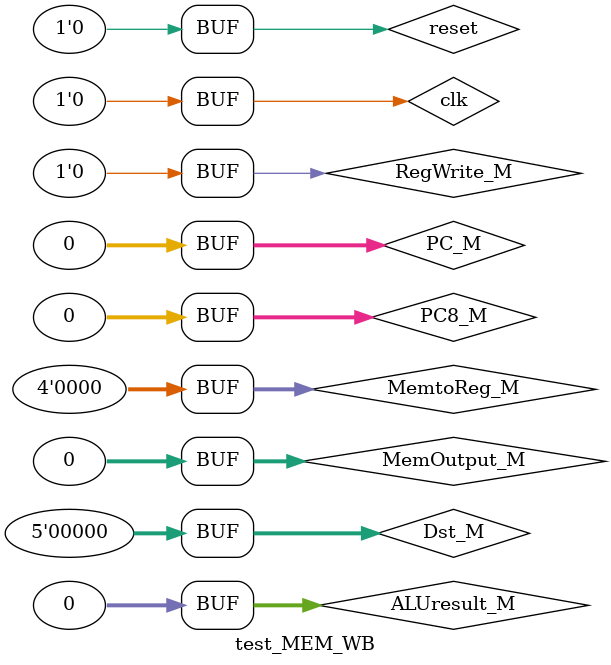
<source format=v>
`timescale 1ns / 1ps


module test_MEM_WB;

	// Inputs
	reg RegWrite_M;
	reg [3:0] MemtoReg_M;
	reg [31:0] PC_M;
	reg [31:0] PC8_M;
	reg [31:0] ALUresult_M;
	reg [31:0] MemOutput_M;
	reg [4:0] Dst_M;
	reg clk;
	reg reset;

	// Outputs
	wire RegWrite_W;
	wire [3:0] MemtoReg_W;
	wire [31:0] PC_W;
	wire [31:0] PC8_W;
	wire [31:0] ALUresult_W;
	wire [4:0] Dst_W;
	wire [31:0] MemOutput_W;

	// Instantiate the Unit Under Test (UUT)
	MEM_WB uut (
		.RegWrite_M(RegWrite_M), 
		.MemtoReg_M(MemtoReg_M), 
		.PC_M(PC_M), 
		.PC8_M(PC8_M), 
		.ALUresult_M(ALUresult_M), 
		.MemOutput_M(MemOutput_M), 
		.Dst_M(Dst_M), 
		.clk(clk), 
		.reset(reset), 
		.RegWrite_W(RegWrite_W), 
		.MemtoReg_W(MemtoReg_W), 
		.PC_W(PC_W), 
		.PC8_W(PC8_W), 
		.ALUresult_W(ALUresult_W), 
		.Dst_W(Dst_W), 
		.MemOutput_W(MemOutput_W)
	);

	initial begin
		// Initialize Inputs
		RegWrite_M = 0;
		MemtoReg_M = 0;
		PC_M = 0;
		PC8_M = 0;
		ALUresult_M = 0;
		MemOutput_M = 0;
		Dst_M = 0;
		clk = 0;
		reset = 0;

		// Wait 100 ns for global reset to finish
		#100;
        
		// Add stimulus here

	end
      
endmodule


</source>
